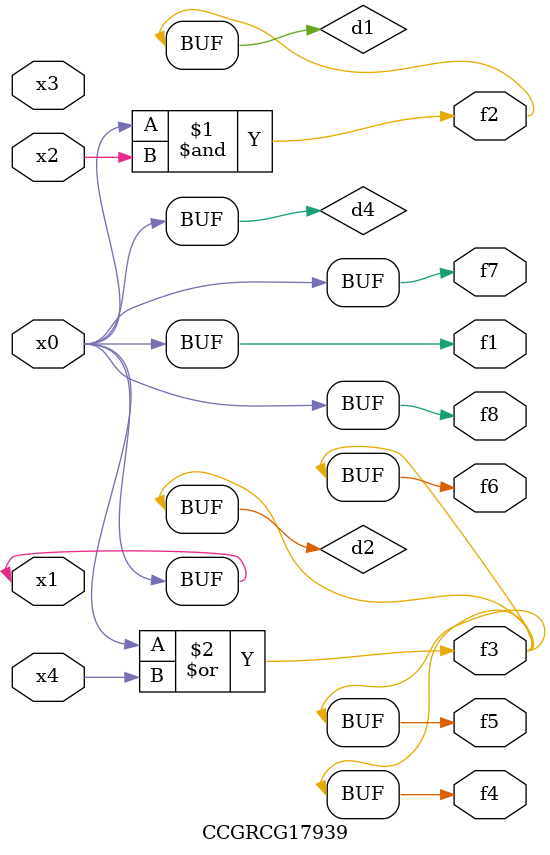
<source format=v>
module CCGRCG17939(
	input x0, x1, x2, x3, x4,
	output f1, f2, f3, f4, f5, f6, f7, f8
);

	wire d1, d2, d3, d4;

	and (d1, x0, x2);
	or (d2, x0, x4);
	nand (d3, x0, x2);
	buf (d4, x0, x1);
	assign f1 = d4;
	assign f2 = d1;
	assign f3 = d2;
	assign f4 = d2;
	assign f5 = d2;
	assign f6 = d2;
	assign f7 = d4;
	assign f8 = d4;
endmodule

</source>
